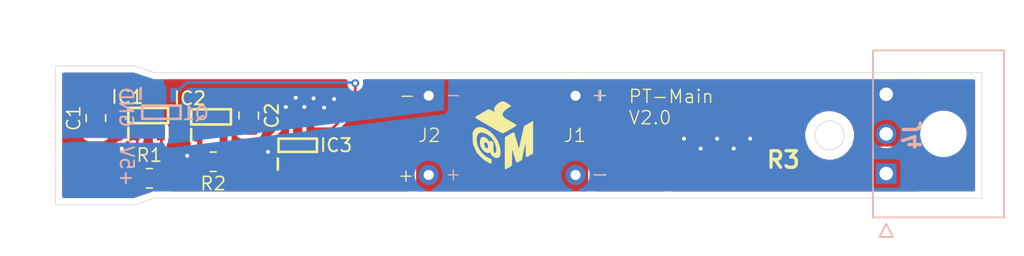
<source format=kicad_pcb>
(kicad_pcb (version 20240108) (generator "pcbnew") (generator_version "8.0")
  (layers (0 "F.Cu" signal) (31 "B.Cu" signal) (34 "B.Paste" user) (35 "F.Paste" user) (36 "B.SilkS" user "B.Silkscreen") (37 "F.SilkS" user "F.Silkscreen") (38 "B.Mask" user) (39 "F.Mask" user) (44 "Edge.Cuts" user))
  (net 0 "")
  (net 1 "GND")
  (net 2 "+5V")
  (net 3 "LATCH")
  (net 4 "OMNIPOLAR LATCH")
  (net 5 "Net-(IC3-Y)")
  (net 6 "Net-(J3-Pin_1)")
  (net 7 "Net-(J1-Pin_2)")
  (net 8 "Net-(J4-Pad1)")
  (footprint "SamacSys_Parts:SOT95P285X113-3N" (layer "F.Cu") (at 111.75 103.35 90)
    (property "Reference" "IC2" (at 1.4 -1.6 180) (layer "F.SilkS") (effects (font (thickness 0.15) (bold yes))))
    (property "Value" "Omnipolar Latch" (hide yes))
    (fp_line (start 0.575 -1.5) (end 0.575 1.5) (stroke (width 0.2)) (layer "F.SilkS"))
    (fp_line (start -0.575 -1.5) (end 0.575 -1.5) (stroke (width 0.2)) (layer "F.SilkS"))
    (fp_line (start -1.875 -1.5) (end -0.925 -1.5) (stroke (width 0.2)) (layer "F.SilkS"))
    (fp_line (start 0.575 1.5) (end -0.575 1.5) (stroke (width 0.2)) (layer "F.SilkS"))
    (fp_line (start -0.575 1.5) (end -0.575 -1.5) (stroke (width 0.2)) (layer "F.SilkS"))
    (pad "1" smd rect (at -1.4 -0.95 180) (size 0.6 0.95) (layers "F.Cu" "F.Paste" "F.Mask") (net 2 "+5V"))
    (pad "2" smd rect (at -1.4 0.95 180) (size 0.6 0.95) (layers "F.Cu" "F.Paste" "F.Mask") (net 4 "OMNIPOLAR LATCH"))
    (pad "3" smd rect (at 1.4 0 180) (size 0.6 0.95) (layers "F.Cu" "F.Paste" "F.Mask") (net 1 "GND"))
  )
  (footprint "Capacitor_SMD:C_0805_2012Metric" (layer "F.Cu") (at 103.05 103.45 90)
    (property "Reference" "C1" (at 0 -1.68 -90) (layer "F.SilkS") (effects (font (thickness 0.125))))
    (property "Value" "0.1uF")
    (fp_line (start -0.261252 -0.735) (end 0.261252 -0.735) (stroke (width 0.12)) (layer "F.SilkS"))
    (fp_line (start -0.261252 0.735) (end 0.261252 0.735) (stroke (width 0.12)) (layer "F.SilkS"))
    (pad "1" smd roundrect (at -0.95 0 90) (size 1 1.45) (layers "F.Cu" "F.Paste" "F.Mask") (net 2 "+5V"))
    (pad "2" smd roundrect (at 0.95 0 90) (size 1 1.45) (layers "F.Cu" "F.Paste" "F.Mask") (net 1 "GND"))
  )
  (footprint "CustomFootprints:Capacitor TH" (layer "F.Cu") (at 128.2 107.75 90)
    (property "Reference" "J2" (at 3 0.05 0) (layer "F.SilkS") (effects (font (thickness 0.1))))
    (property "Value" "CAPACITOR #2")
    (pad "1" thru_hole circle (at 0 0 90) (size 1.524 1.524) (drill 0.762) (layers "*.Cu" "*.Mask") (net 7 "Net-(J1-Pin_2)"))
    (pad "2" thru_hole circle (at 6 0 90) (size 1.524 1.524) (drill 0.762) (layers "*.Cu" "*.Mask") (net 1 "GND"))
  )
  (footprint "Resistor_SMD:R_0805_2012Metric" (layer "F.Cu") (at 111.9125 106.75 180)
    (property "Reference" "R2" (at 0 -1.65 180) (layer "F.SilkS") (effects (font (thickness 0.125))))
    (property "Value" "10k")
    (fp_line (start -0.227064 0.735) (end 0.227064 0.735) (stroke (width 0.12)) (layer "F.SilkS"))
    (fp_line (start -0.227064 -0.735) (end 0.227064 -0.735) (stroke (width 0.12)) (layer "F.SilkS"))
    (pad "1" smd roundrect (at -0.9125 0 180) (size 1.025 1.4) (layers "F.Cu" "F.Paste" "F.Mask") (roundrect_rratio 0.243902) (net 4 "OMNIPOLAR LATCH"))
    (pad "2" smd roundrect (at 0.9125 0 180) (size 1.025 1.4) (layers "F.Cu" "F.Paste" "F.Mask") (roundrect_rratio 0.243902) (net 2 "+5V"))
  )
  (footprint "CustomFootprints:Capacitor TH" (layer "F.Cu") (at 139.3 101.75 -90)
    (property "Reference" "J1" (at 3 0.05 0) (layer "F.SilkS") (effects (font (thickness 0.1))))
    (property "Value" "CAPACITOR #1")
    (pad "1" thru_hole circle (at 0 0 270) (size 1.524 1.524) (drill 0.762) (layers "*.Cu" "*.Mask") (net 2 "+5V"))
    (pad "2" thru_hole circle (at 6 0 270) (size 1.524 1.524) (drill 0.762) (layers "*.Cu" "*.Mask") (net 7 "Net-(J1-Pin_2)"))
  )
  (footprint "SamacSys_Parts:SOT95P280X145-5N" (layer "F.Cu") (at 118.3 105.5 90)
    (property "Reference" "IC3" (at 0 2.9 180) (layer "F.SilkS") (effects (font (thickness 0.15) (bold yes))))
    (property "Value" "AND Gate" (hide yes))
    (fp_line (start -1.85 -1.5) (end -1 -1.5) (stroke (width 0.2)) (layer "F.SilkS"))
    (fp_line (start 0.5 -1.45) (end 0.5 1.45) (stroke (width 0.2)) (layer "F.SilkS"))
    (fp_line (start -0.5 -1.45) (end 0.5 -1.45) (stroke (width 0.2)) (layer "F.SilkS"))
    (fp_line (start 0.5 1.45) (end -0.5 1.45) (stroke (width 0.2)) (layer "F.SilkS"))
    (fp_line (start -0.5 1.45) (end -0.5 -1.45) (stroke (width 0.2)) (layer "F.SilkS"))
    (pad "1" smd rect (at -1.25 -0.95 180) (size 0.6 1.2) (layers "F.Cu" "F.Paste" "F.Mask") (net 4 "OMNIPOLAR LATCH"))
    (pad "2" smd rect (at -1.25 0 180) (size 0.6 1.2) (layers "F.Cu" "F.Paste" "F.Mask") (net 3 "LATCH"))
    (pad "3" smd rect (at -1.25 0.95 180) (size 0.6 1.2) (layers "F.Cu" "F.Paste" "F.Mask") (net 1 "GND"))
    (pad "4" smd rect (at 1.25 0.95 180) (size 0.6 1.2) (layers "F.Cu" "F.Paste" "F.Mask") (net 5 "Net-(IC3-Y)"))
    (pad "5" smd rect (at 1.25 -0.95 180) (size 0.6 1.2) (layers "F.Cu" "F.Paste" "F.Mask") (net 2 "+5V"))
  )
  (footprint "LOGO" (layer "F.Cu") (at 133.8 104.75)
    (property "Reference" "G***" (hide yes))
    (property "Value" "LOGO" (hide yes))
    (fp_poly (pts (xy 0.109325 -2.555517) (xy 0.236325 -2.491043) (xy 0.337197 -2.432607) (xy 0.464239 -2.354977) (xy 0.564417 -2.288326) (xy 0.624527 -2.241746) (xy 0.635883 -2.226909) (xy 0.607528 -2.195022) (xy 0.533889 -2.14251) (xy 0.450417 -2.092054) (xy 0.296489 -1.990986) (xy 0.160061 -1.875894) (xy 0.056022 -1.761198) (xy -0.000734 -1.661319) (xy -0.003219 -1.652767) (xy -0.003022 -1.562591) (xy 0.024261 -1.474745) (xy 0.050699 -1.430043) (xy 0.088949 -1.386158) (xy 0.147717 -1.336977) (xy 0.235715 -1.276384) (xy 0.361649 -1.198266) (xy 0.53423 -1.096507) (xy 0.696719 -1.002604) (xy 0.836696 -0.918778) (xy 0.94954 -0.844887) (xy 1.023587 -0.789019) (xy 1.047265 -0.759527) (xy 1.0139 -0.728973) (xy 0.931079 -0.671958) (xy 0.811371 -0.595858) (xy 0.667347 -0.508046) (xy 0.511576 -0.415896) (xy 0.356627 -0.326785) (xy 0.21507 -0.248084) (xy 0.099475 -0.18717) (xy 0.022411 -0.151416) (xy 0 -0.145109) (xy -0.04462 -0.162184) (xy -0.140772 -0.210136) (xy -0.279138 -0.283936) (xy -0.450397 -0.378557) (xy -0.645233 -0.488971) (xy -0.759527 -0.554878) (xy -0.984599 -0.685293) (xy -1.210562 -0.815937) (xy -1.423015 -0.938505) (xy -1.607558 -1.044692) (xy -1.749788 -1.126191) (xy -1.782372 -1.144766) (xy -1.914192 -1.222878) (xy -2.019438 -1.29114) (xy -2.085015 -1.340702) (xy -2.100314 -1.35966) (xy -2.071878 -1.390142) (xy -1.992957 -1.447037) (xy -1.875221 -1.523159) (xy -1.730341 -1.611325) (xy -1.569988 -1.704352) (xy -1.405832 -1.795054) (xy -1.315925 -1.842501) (xy -1.227995 -1.893533) (xy -1.173953 -1.935578) (xy -1.165786 -1.949238) (xy -1.137532 -1.976726) (xy -1.065429 -1.975449) (xy -0.968464 -1.948948) (xy -0.865625 -1.90076) (xy -0.847844 -1.889986) (xy -0.723801 -1.82128) (xy -0.648457 -1.802293) (xy -0.622355 -1.833035) (xy -0.634442 -1.886195) (xy -0.651036 -2.024628) (xy -0.599686 -2.167463) (xy -0.482617 -2.310864) (xy -0.309186 -2.446345) (xy -0.17919 -2.527874) (xy -0.079037 -2.57352) (xy 0.010669 -2.582872)) (fill solid) (layer "F.SilkS"))
    (fp_poly (pts (xy 2.296245 0.13624) (xy 2.296245 1.374592) (xy 2.055734 1.517477) (xy 1.937019 1.585014) (xy 1.838987 1.63533) (xy 1.779373 1.659458) (xy 1.773119 1.660362) (xy 1.755771 1.638295) (xy 1.742992 1.568001) (xy 1.734281 1.443342) (xy 1.729132 1.258176) (xy 1.727467 1.103964) (xy 1.725174 0.896071) (xy 1.721123 0.75419) (xy 1.714918 0.67369) (xy 1.706164 0.649942) (xy 1.694464 0.678318) (xy 1.691953 0.688874) (xy 1.673169 0.773951) (xy 1.643314 0.91153) (xy 1.605975 1.084992) (xy 1.564733 1.277723) (xy 1.548979 1.351643) (xy 1.43797 1.873106) (xy 1.246043 1.982915) (xy 1.140918 2.036085) (xy 1.060504 2.063826) (xy 1.025061 2.062009) (xy 1.002716 2.015504) (xy 0.968907 1.918919) (xy 0.929886 1.790573) (xy 0.918116 1.748679) (xy 0.878379 1.613083) (xy 0.841612 1.502491) (xy 0.814254 1.435861) (xy 0.809014 1.427487) (xy 0.789885 1.383298) (xy 0.793625 1.373088) (xy 0.793426 1.333101) (xy 0.774896 1.24972) (xy 0.760355 1.199704) (xy 0.74273 1.147072) (xy 0.729845 1.123926) (xy 0.720908 1.137313) (xy 0.715124 1.194278) (xy 0.711698 1.301869) (xy 0.709837 1.467131) (xy 0.7089 1.656311) (xy 0.707764 1.878138) (xy 0.705354 2.040419) (xy 0.700225 2.154259) (xy 0.690928 2.230767) (xy 0.676017 2.281049) (xy 0.654045 2.316212) (xy 0.623565 2.347363) (xy 0.61822 2.352329) (xy 0.559747 2.401645) (xy 0.53063 2.416649) (xy 0.529903 2.414845) (xy 0.502739 2.41991) (xy 0.433039 2.453742) (xy 0.373473 2.487186) (xy 0.276634 2.539836) (xy 0.202198 2.572988) (xy 0.178718 2.57886) (xy 0.167576 2.552794) (xy 0.158966 2.472602) (xy 0.152817 2.335292) (xy 0.149056 2.137873) (xy 0.147613 1.877354) (xy 0.148417 1.550742) (xy 0.149681 1.356201) (xy 0.158971 0.133542) (xy 0.488414 -0.056873) (xy 0.624913 -0.134547) (xy 0.738508 -0.196899) (xy 0.815577 -0.236593) (xy 0.841682 -0.247108) (xy 0.858455 -0.214781) (xy 0.890605 -0.125048) (xy 0.934673 0.011401) (xy 0.987201 0.183874) (xy 1.042142 0.372592) (xy 1.218776 0.992112) (xy 1.294185 0.663859) (xy 1.330775 0.503469) (xy 1.377135 0.298625) (xy 1.427731 0.073849) (xy 1.477033 -0.146336) (xy 1.484736 -0.180866) (xy 1.599878 -0.697337) (xy 1.815586 -0.821481) (xy 1.948569 -0.898315) (xy 2.078261 -0.973734) (xy 2.163769 -1.023868) (xy 2.296245 -1.102111)) (fill solid) (layer "F.SilkS"))
    (fp_poly (pts (xy -1.528948 -0.60211) (xy -1.2938 -0.511216) (xy -1.048426 -0.356232) (xy -0.830701 -0.171636) (xy -0.567867 0.119448) (xy -0.370563 0.432362) (xy -0.239911 0.764688) (xy -0.177033 1.114007) (xy -0.171152 1.249512) (xy -0.173937 1.405071) (xy -0.187348 1.510132) (xy -0.214967 1.584498) (xy -0.238218 1.620444) (xy -0.338695 1.702101) (xy -0.468071 1.723681) (xy -0.616597 1.684252) (xy -0.662413 1.660962) (xy -0.75954 1.588736) (xy -0.851756 1.491782) (xy -0.922066 1.391122) (xy -0.953474 1.307776) (xy -0.953825 1.300523) (xy -0.964226 1.275532) (xy -0.996217 1.300028) (xy -1.085185 1.344523) (xy -1.195935 1.334377) (xy -1.317806 1.277714) (xy -1.440134 1.182656) (xy -1.552259 1.057326) (xy -1.643518 0.909848) (xy -1.699105 0.764502) (xy -1.707624 0.71156) (xy -1.405185 0.71156) (xy -1.390898 0.748688) (xy -1.358928 0.825252) (xy -1.354217 0.846877) (xy -1.314477 0.916599) (xy -1.239103 0.96871) (xy -1.166469 0.980258) (xy -1.130564 0.949387) (xy -1.117746 0.868099) (xy -1.118256 0.817941) (xy -1.14384 0.680539) (xy -1.2033 0.580573) (xy -1.287085 0.532253) (xy -1.311895 0.529903) (xy -1.366951 0.559959) (xy -1.401612 0.630384) (xy -1.405185 0.71156) (xy -1.707624 0.71156) (xy -1.723351 0.61383) (xy -1.723298 0.453528) (xy -1.701202 0.307301) (xy -1.659322 0.198853) (xy -1.643194 0.177182) (xy -1.548447 0.119286) (xy -1.431247 0.116543) (xy -1.304824 0.163127) (xy -1.182408 0.25321) (xy -1.077232 0.380967) (xy -1.042814 0.441586) (xy -1.0073 0.507075) (xy -0.992365 0.512523) (xy -0.989369 0.468081) (xy -0.986457 0.412856) (xy -0.967073 0.394013) (xy -0.914633 0.409459) (xy -0.831379 0.448129) (xy -0.706537 0.507662) (xy -0.706537 0.85671) (xy -0.702949 1.013744) (xy -0.693309 1.1496) (xy -0.679301 1.245052) (xy -0.669967 1.274089) (xy -0.614437 1.332361) (xy -0.554663 1.333686) (xy -0.516019 1.286541) (xy -0.502108 1.215409) (xy -0.495677 1.111815) (xy -0.496596 1.002131) (xy -0.504734 0.912727) (xy -0.51807 0.871452) (xy -0.539406 0.82147) (xy -0.551197 0.75762) (xy -0.598154 0.587965) (xy -0.6973 0.404519) (xy -0.836464 0.222647) (xy -1.003479 0.057714) (xy -1.186174 -0.074915) (xy -1.230342 -0.09988) (xy -1.438691 -0.188014) (xy -1.615467 -0.214657) (xy -1.75878 -0.180554) (xy -1.866746 -0.086451) (xy -1.937478 0.066906) (xy -1.961534 0.189224) (xy -1.96225 0.467682) (xy -1.900761 0.748188) (xy -1.784101 1.01871) (xy -1.619301 1.267219) (xy -1.413394 1.481682) (xy -1.173413 1.65007) (xy -1.08018 1.697026) (xy -0.847844 1.802373) (xy -0.847844 1.978655) (xy -0.852619 2.079237) (xy -0.864825 2.142896) (xy -0.874339 2.154592) (xy -0.918495 2.140533) (xy -1.005146 2.104545) (xy -1.086277 2.067911) (xy -1.355371 1.912754) (xy -1.606185 1.703552) (xy -1.747669 1.554381) (xy -1.836828 1.455654) (xy -1.911115 1.377708) (xy -1.955536 1.33623) (xy -1.957472 1.334877) (xy -1.985998 1.305581) (xy -1.984682 1.29955) (xy -1.993567 1.265398) (xy -2.027039 1.18316) (xy -2.078679 1.068237) (xy -2.100231 1.022355) (xy -2.162392 0.886895) (xy -2.213957 0.7662) (xy -2.245782 0.681899) (xy -2.249572 0.669086) (xy -2.260312 0.597717) (xy -2.269309 0.482342) (xy -2.276255 0.338819) (xy -2.280846 0.183008) (xy -2.282775 0.030769) (xy -2.281737 -0.10204) (xy -2.277425 -0.199559) (xy -2.269533 -0.24593) (xy -2.267255 -0.247693) (xy -2.238868 -0.276811) (xy -2.195498 -0.349698) (xy -2.176198 -0.388078) (xy -2.107357 -0.494794) (xy -2.009917 -0.563549) (xy -1.955401 -0.586771) (xy -1.750579 -0.6277)) (fill solid) (layer "F.SilkS"))
  )
  (footprint "SamacSys_Parts:RESC3264X70N" (layer "F.Cu") (at 150 106.6 90)
    (property "Reference" "R3" (at 0 5 180) (layer "F.SilkS") (effects (font (size 1.25 1.25) (thickness 0.25) (bold yes))))
    (property "Value" "LTR100JZPJ2R0" (hide yes))
    (pad "1" smd rect (at -1.15 0 90) (size 1.75 6.6) (layers "F.Cu" "F.Paste" "F.Mask") (net 8 "Net-(J4-Pad1)"))
    (pad "2" smd rect (at 1.15 0 90) (size 1.75 6.6) (layers "F.Cu" "F.Paste" "F.Mask") (net 2 "+5V"))
  )
  (footprint "SamacSys_Parts:SOT95P285X113-3N" (layer "F.Cu") (at 107 103.25 90)
    (property "Reference" "IC1" (at 1.4 -1.575 180) (layer "F.SilkS") (effects (font (thickness 0.15) (bold yes))))
    (property "Value" "Latch" (hide yes))
    (fp_line (start 0.575 -1.5) (end 0.575 1.5) (stroke (width 0.2)) (layer "F.SilkS"))
    (fp_line (start -0.575 -1.5) (end 0.575 -1.5) (stroke (width 0.2)) (layer "F.SilkS"))
    (fp_line (start -1.875 -1.5) (end -0.925 -1.5) (stroke (width 0.2)) (layer "F.SilkS"))
    (fp_line (start 0.575 1.5) (end -0.575 1.5) (stroke (width 0.2)) (layer "F.SilkS"))
    (fp_line (start -0.575 1.5) (end -0.575 -1.5) (stroke (width 0.2)) (layer "F.SilkS"))
    (pad "1" smd rect (at -1.4 -0.95 180) (size 0.6 0.95) (layers "F.Cu" "F.Paste" "F.Mask") (net 2 "+5V"))
    (pad "2" smd rect (at -1.4 0.95 180) (size 0.6 0.95) (layers "F.Cu" "F.Paste" "F.Mask") (net 3 "LATCH"))
    (pad "3" smd rect (at 1.4 0 180) (size 0.6 0.95) (layers "F.Cu" "F.Paste" "F.Mask") (net 1 "GND"))
  )
  (footprint "Capacitor_SMD:C_0805_2012Metric" (layer "F.Cu") (at 114.6 103.25 90)
    (property "Reference" "C2" (at -0.000002 1.749997 -90) (layer "F.SilkS"))
    (property "Value" "0.1uF")
    (fp_line (start -0.261249 -0.735) (end 0.261252 -0.735) (stroke (width 0.12)) (layer "F.SilkS"))
    (fp_line (start -0.261252 0.735) (end 0.261249 0.735) (stroke (width 0.12)) (layer "F.SilkS"))
    (pad "1" smd roundrect (at -0.95 0 90) (size 1 1.45) (layers "F.Cu" "F.Paste" "F.Mask") (net 2 "+5V"))
    (pad "2" smd roundrect (at 0.95 0 90) (size 1 1.45) (layers "F.Cu" "F.Paste" "F.Mask") (net 1 "GND"))
  )
  (footprint "Resistor_SMD:R_0805_2012Metric" (layer "F.Cu") (at 107.0875 108 180)
    (property "Reference" "R1" (at 0 1.75 0) (layer "F.SilkS") (effects (font (thickness 0.125))))
    (property "Value" "10k")
    (fp_line (start -0.227064 0.735) (end 0.227064 0.735) (stroke (width 0.12)) (layer "F.SilkS"))
    (fp_line (start -0.227064 -0.735) (end 0.227064 -0.735) (stroke (width 0.12)) (layer "F.SilkS"))
    (pad "1" smd roundrect (at -0.9125 0 180) (size 1.025 1.4) (layers "F.Cu" "F.Paste" "F.Mask") (roundrect_rratio 0.243902) (net 3 "LATCH"))
    (pad "2" smd roundrect (at 0.9125 0 180) (size 1.025 1.4) (layers "F.Cu" "F.Paste" "F.Mask") (roundrect_rratio 0.243902) (net 2 "+5V"))
  )
  (footprint "CustomFootprints:Motor Pads" (layer "B.Cu") (at 102.5 102.75 -90)
    (property "Reference" "J3" (hide yes))
    (property "Value" "Motor")
    (pad "1" smd roundrect (at 0 0 90) (size 3 4) (layers "B.Cu" "B.Paste" "B.Mask") (net 6 "Net-(J3-Pin_1)"))
    (pad "2" smd roundrect (at 4 0 90) (size 3 4) (layers "B.Cu" "B.Paste" "B.Mask") (net 2 "+5V"))
  )
  (footprint "SamacSys_Parts:SOT95P280X100-6N" (layer "B.Cu") (at 108 103 -90)
    (property "Reference" "Q1" (at 0.075 -2.575 0) (layer "B.SilkS") (effects (justify mirror)))
    (property "Value" "Mosfet" (hide yes))
    (fp_line (start -1 1.575) (end -1.825 1.575) (stroke (width 0.2)) (layer "B.SilkS"))
    (fp_line (start -0.5 1.45) (end -0.5 -1.45) (stroke (width 0.2)) (layer "B.SilkS"))
    (fp_line (start 0.5 1.45) (end -0.5 1.45) (stroke (width 0.2)) (layer "B.SilkS"))
    (fp_line (start -0.5 -1.45) (end 0.5 -1.45) (stroke (width 0.2)) (layer "B.SilkS"))
    (fp_line (start 0.5 -1.45) (end 0.5 1.45) (stroke (width 0.2)) (layer "B.SilkS"))
    (pad "1" smd rect (at -1.3 0.95 180) (size 0.55 1.05) (layers "B.Cu" "B.Paste" "B.Mask") (net 6 "Net-(J3-Pin_1)"))
    (pad "2" smd rect (at -1.3 0 180) (size 0.55 1.05) (layers "B.Cu" "B.Paste" "B.Mask") (net 6 "Net-(J3-Pin_1)"))
    (pad "3" smd rect (at -1.3 -0.95 180) (size 0.55 1.05) (layers "B.Cu" "B.Paste" "B.Mask") (net 5 "Net-(IC3-Y)"))
    (pad "4" smd rect (at 1.3 -0.95 180) (size 0.55 1.05) (layers "B.Cu" "B.Paste" "B.Mask") (net 1 "GND"))
    (pad "5" smd rect (at 1.3 0 180) (size 0.55 1.05) (layers "B.Cu" "B.Paste" "B.Mask") (net 6 "Net-(J3-Pin_1)"))
    (pad "6" smd rect (at 1.3 0.95 180) (size 0.55 1.05) (layers "B.Cu" "B.Paste" "B.Mask") (net 6 "Net-(J3-Pin_1)"))
  )
  (footprint "SamacSys_Parts:436500300" (layer "B.Cu") (at 167.1 104.64 -90)
    (property "Reference" "J4" (at 0.085 2.325 90) (layer "B.SilkS") (effects (font (size 1.27 1.27) (thickness 0.254)) (justify mirror)))
    (property "Value" "Microfit 3.0" (hide yes))
    (fp_line (start -6.325 5.32) (end -6.325 -4.58) (stroke (width 0.127)) (layer "B.SilkS"))
    (fp_line (start 6.325 5.32) (end -6.325 5.32) (stroke (width 0.127)) (layer "B.SilkS"))
    (fp_line (start 7.8 4.82) (end 6.8 4.32) (stroke (width 0.127)) (layer "B.SilkS"))
    (fp_line (start 6.8 4.32) (end 7.8 3.82) (stroke (width 0.127)) (layer "B.SilkS"))
    (fp_line (start 7.8 3.82) (end 7.8 4.82) (stroke (width 0.127)) (layer "B.SilkS"))
    (fp_line (start -6.325 -4.58) (end 6.325 -4.58) (stroke (width 0.127)) (layer "B.SilkS"))
    (fp_line (start 6.325 -4.58) (end 6.325 5.32) (stroke (width 0.127)) (layer "B.SilkS"))
    (pad "" np_thru_hole circle (at 0 0 270) (size 3 3) (drill 3) (layers "F&B.Cu" "*.Mask"))
    (pad "1" thru_hole rect (at 3 4.32 270) (size 1.55 1.55) (drill 1.02) (layers "*.Cu" "*.Mask") (net 8 "Net-(J4-Pad1)"))
    (pad "2" thru_hole circle (at 0 4.32 270) (size 1.55 1.55) (drill 1.02) (layers "*.Cu" "*.Mask") (net 1 "GND"))
    (pad "3" thru_hole circle (at -3 4.32 270) (size 1.55 1.55) (drill 1.02) (layers "*.Cu" "*.Mask") (net 2 "+5V"))
  )
  (gr_poly (pts (xy 107.5 100) (xy 106 99.5) (xy 100 99.5) (xy 100 110) (xy 106 110) (xy 107.45 109.5) (xy 170 109.5) (xy 170 100)) (stroke (width 0.05)) (fill none) (layer "Edge.Cuts"))
  (gr_circle (center 158.5 104.75) (end 159.6 104.75) (stroke (width 0.05)) (fill none) (layer "Edge.Cuts"))
  (gr_text "-" (at 130.75 102.25 0) (layer "B.SilkS") (effects (font (size 1 1) (thickness 0.1)) (justify left bottom mirror)))
  (gr_text "GND" (at 104.75 104.25 270) (layer "B.SilkS") (effects (font (size 1 1)) (justify left bottom mirror)))
  (gr_text "+" (at 141.75 102.25 -0) (layer "B.SilkS") (effects (font (size 1 1) (thickness 0.1)) (justify left bottom mirror)))
  (gr_text "-" (at 141.75 108.25 -0) (layer "B.SilkS") (effects (font (size 1 1) (thickness 0.1)) (justify left bottom mirror)))
  (gr_text "+" (at 130.75 108.25 0) (layer "B.SilkS") (effects (font (size 1 1) (thickness 0.1)) (justify left bottom mirror)))
  (gr_text "+5V" (at 104.8 108.7 270) (layer "B.SilkS") (effects (font (size 1 1)) (justify left bottom mirror)))
  (gr_text "-" (at 140.5 108.25 0) (layer "F.SilkS") (effects (font (size 1 1) (thickness 0.1)) (justify left bottom)))
  (gr_text "+" (at 140.5 102.25 0) (layer "F.SilkS") (effects (font (size 1 1) (thickness 0.1)) (justify left bottom)))
  (gr_text "+" (at 125.8 108.35 0) (layer "F.SilkS") (effects (font (size 1 1) (thickness 0.1)) (justify left bottom)))
  (gr_text "PT-Main\nV2.0" (at 143.25 104 0) (layer "F.SilkS") (effects (font (size 1 1) (thickness 0.1)) (justify left bottom)))
  (gr_text "-" (at 125.9 102.3 0) (layer "F.SilkS") (effects (font (size 1 1) (thickness 0.1)) (justify left bottom)))
  (segment (start 111.75 101.95) (end 111.9 101.95) (width 0.2) (layer "F.Cu") (net 1))
  (segment (start 107.2 101.8) (end 107.2 101.95) (width 0.2) (layer "F.Cu") (net 1))
  (via (at 119.5 101.95) (size 0.6) (drill 0.3) (layers "F.Cu" "B.Cu") (net 1))
  (via (at 120.3 102.65) (size 0.6) (drill 0.3) (layers "F.Cu" "B.Cu") (net 1))
  (via (at 118.8 102.6) (size 0.6) (drill 0.3) (layers "F.Cu" "B.Cu") (net 1))
  (via (at 118.15 101.9) (size 0.6) (drill 0.3) (layers "F.Cu" "B.Cu") (net 1))
  (via (at 117.4 102.6) (size 0.6) (drill 0.3) (layers "F.Cu" "B.Cu") (net 1))
  (via (at 121.05 102) (size 0.6) (drill 0.3) (layers "F.Cu" "B.Cu") (net 1))
  (segment (start 108.95 104.3) (end 109 104.25) (width 0.2) (layer "B.Cu") (net 1))
  (segment (start 148.5 105.5) (end 148.75 105.75) (width 0.2) (layer "F.Cu") (net 2))
  (segment (start 149 105.5) (end 150.2 105.5) (width 0.2) (layer "F.Cu") (net 2))
  (segment (start 103.05 104.4) (end 105.8 104.4) (width 0.2) (layer "F.Cu") (net 2))
  (segment (start 106.175 108) (end 106.175 104.775) (width 0.2) (layer "F.Cu") (net 2))
  (segment (start 114.075062 103.675062) (end 111.874938 103.675062) (width 0.2) (layer "F.Cu") (net 2))
  (segment (start 116.05 105.55) (end 117.35 104.25) (width 0.2) (layer "F.Cu") (net 2))
  (segment (start 111.874938 103.675062) (end 110.8 104.75) (width 0.2) (layer "F.Cu") (net 2))
  (segment (start 106.05 104.65) (end 105 105.7) (width 0.2) (layer "F.Cu") (net 2))
  (segment (start 105 105.7) (end 105 105.75) (width 0.2) (layer "F.Cu") (net 2))
  (segment (start 148.75 105.75) (end 149 105.5) (width 0.2) (layer "F.Cu") (net 2))
  (segment (start 116.05 106) (end 116.05 105.55) (width 0.2) (layer "F.Cu") (net 2))
  (segment (start 114.6 104.2) (end 114.075062 103.675062) (width 0.2) (layer "F.Cu") (net 2))
  (segment (start 110.8 104.75) (end 110.8 105.45) (width 0.2) (layer "F.Cu") (net 2))
  (segment (start 111 106.75) (end 111 104.95) (width 0.2) (layer "F.Cu") (net 2))
  (segment (start 105.8 104.4) (end 106.05 104.65) (width 0.2) (layer "F.Cu") (net 2))
  (segment (start 150.2 105.5) (end 150.25 105.45) (width 0.2) (layer "F.Cu") (net 2))
  (segment (start 106.175 104.775) (end 106.05 104.65) (width 0.2) (layer "F.Cu") (net 2))
  (segment (start 111 104.95) (end 110.8 104.75) (width 0.2) (layer "F.Cu") (net 2))
  (segment (start 110.8 105.45) (end 109.95 106.3) (width 0.2) (layer "F.Cu") (net 2))
  (segment (start 150.39 105.5) (end 150.25 105.5) (width 0.2) (layer "F.Cu") (net 2))
  (via (at 150 105) (size 0.6) (drill 0.3) (layers "F.Cu" "B.Cu") (net 2))
  (via (at 105 105.75) (size 0.6) (drill 0.3) (layers "F.Cu" "B.Cu") (net 2))
  (via (at 147.5 105) (size 0.6) (drill 0.3) (layers "F.Cu" "B.Cu") (net 2))
  (via (at 152.5 105) (size 0.6) (drill 0.3) (layers "F.Cu" "B.Cu") (net 2))
  (via (at 148.75 105.75) (size 0.6) (drill 0.3) (layers "F.Cu" "B.Cu") (net 2))
  (via (at 109.95 106.3) (size 0.6) (drill 0.3) (layers "F.Cu" "B.Cu") (net 2))
  (via (at 116.05 106) (size 0.6) (drill 0.3) (layers "F.Cu" "B.Cu") (net 2))
  (via (at 151.25 105.75) (size 0.6) (drill 0.3) (layers "F.Cu" "B.Cu") (net 2))
  (segment (start 108.075 108) (end 117.85 108) (width 0.2) (layer "F.Cu") (net 3))
  (segment (start 108 108) (end 108 104.7) (width 0.2) (layer "F.Cu") (net 3))
  (segment (start 118.3 107.55) (end 118.3 106.75) (width 0.2) (layer "F.Cu") (net 3))
  (segment (start 108 104.7) (end 107.95 104.65) (width 0.2) (layer "F.Cu") (net 3))
  (segment (start 108.075 108.075) (end 108.075 108) (width 0.2) (layer "F.Cu") (net 3))
  (segment (start 117.85 108) (end 118.3 107.55) (width 0.2) (layer "F.Cu") (net 3))
  (segment (start 112.825 106.75) (end 112.7 106.625) (width 0.2) (layer "F.Cu") (net 4))
  (segment (start 112.7 106.625) (end 112.7 104.75) (width 0.2) (layer "F.Cu") (net 4))
  (segment (start 117.35 106.75) (end 112.825 106.75) (width 0.2) (layer "F.Cu") (net 4))
  (segment (start 122.65 102.498529) (end 120.898529 104.25) (width 0.2) (layer "F.Cu") (net 5))
  (segment (start 120.898529 104.25) (end 119.25 104.25) (width 0.2) (layer "F.Cu") (net 5))
  (segment (start 122.65 100.8) (end 122.65 102.498529) (width 0.2) (layer "F.Cu") (net 5))
  (via (at 122.65 100.8) (size 0.6) (drill 0.3) (layers "F.Cu" "B.Cu") (net 5))
  (segment (start 122.65 100.8) (end 122.6 100.75) (width 0.2) (layer "B.Cu") (net 5))
  (segment (start 108.95 101.95) (end 108.95 101.45) (width 0.2) (layer "B.Cu") (net 5))
  (segment (start 122.6 100.75) (end 109.9 100.75) (width 0.2) (layer "B.Cu") (net 5))
  (segment (start 109.9 100.75) (end 108.95 101.7) (width 0.2) (layer "B.Cu") (net 5))
  (segment (start 150.11 107.64) (end 150 107.75) (width 0.2) (layer "F.Cu") (net 8))
  (zone (net 7) (net_name "Net-(J1-Pin_2)") (layer "F.Cu") (priority 3) (connect_pads yes (clearance 0.5)) (min_thickness 0.25) (fill yes (thermal_gap 0.5) (thermal_bridge_width 0.5))
    (polygon (pts (xy 127.25 109.5) (xy 127.25 105.5) (xy 140.25 105.5) (xy 140.25 109.5)))
  )
  (zone (net 8) (net_name "Net-(J4-Pad1)") (layer "F.Cu") (priority 2) (connect_pads yes (clearance 0.3)) (min_thickness 0.25) (fill yes (thermal_gap 0.5) (thermal_bridge_width 0.5))
    (polygon (pts (xy 165.25 109.5) (xy 165.2 105.9) (xy 146.45 105.9) (xy 146.5 109.5)))
  )
  (zone (net 1) (net_name "GND") (layer "F.Cu") (connect_pads yes (clearance 0.3)) (min_thickness 0.25) (fill yes (thermal_gap 0.5) (thermal_bridge_width 0.5))
    (polygon (pts (xy 164.95 109.95) (xy 98.7 110.2) (xy 99 94.5) (xy 163.5 94.5) (xy 165.25 98.75)))
  )
  (zone (net 0) (net_name "") (layers "F&B.Cu") (connect_pads yes (clearance 0)) (min_thickness 0.25)
    (keepout (tracks not_allowed) (vias not_allowed) (pads not_allowed) (copperpour not_allowed) (footprints allowed))
    (fill (thermal_gap 0.5) (thermal_bridge_width 0.5))
    (polygon (pts (xy 158.5 102.910164) (xy 158.85 102.95) (xy 159.3 103.1) (xy 159.65 103.3) (xy 160 103.65) (xy 160.2 104) (xy 160.35 104.5) (xy 160.35 104.95) (xy 160.2 105.5) (xy 159.9 105.95) (xy 159.5 106.3) (xy 159.1 106.5) (xy 158.7 106.6) (xy 158.35 106.6) (xy 157.9 106.5) (xy 157.35 106.2) (xy 156.95 105.75) (xy 156.75 105.3) (xy 156.65 104.9) (xy 156.65 104.5) (xy 156.85 103.9) (xy 157.15 103.5) (xy 157.55 103.15) (xy 158.05 102.95)))
  )
  (zone (net 1) (net_name "GND") (layer "B.Cu") (priority 5) (connect_pads yes (clearance 0.3)) (min_thickness 0.25) (fill yes (thermal_gap 0.5) (thermal_bridge_width 0.5))
    (polygon (pts (xy 129.35 102.85) (xy 108.5 105.4) (xy 108.5 99.4) (xy 129.4 99.4)))
  )
  (zone (net 6) (net_name "Net-(J3-Pin_1)") (layer "B.Cu") (priority 4) (connect_pads yes (clearance 0.3)) (min_thickness 0.25) (fill yes (thermal_gap 0.5) (thermal_bridge_width 0.5))
    (polygon (pts (xy 99.5 99.5) (xy 108.5 99.5) (xy 108.5 105) (xy 99.5 105)))
  )
  (zone (net 2) (net_name "+5V") (layer "B.Cu") (connect_pads yes (clearance 0.3)) (min_thickness 0.25) (fill yes (thermal_gap 0.5) (thermal_bridge_width 0.5))
    (polygon (pts (xy 121.6 103.575) (xy 121.55 98.95) (xy 172.7 96.2) (xy 173.2 111.6) (xy 95.8 113.9) (xy 99.5 105)))
  )
)
</source>
